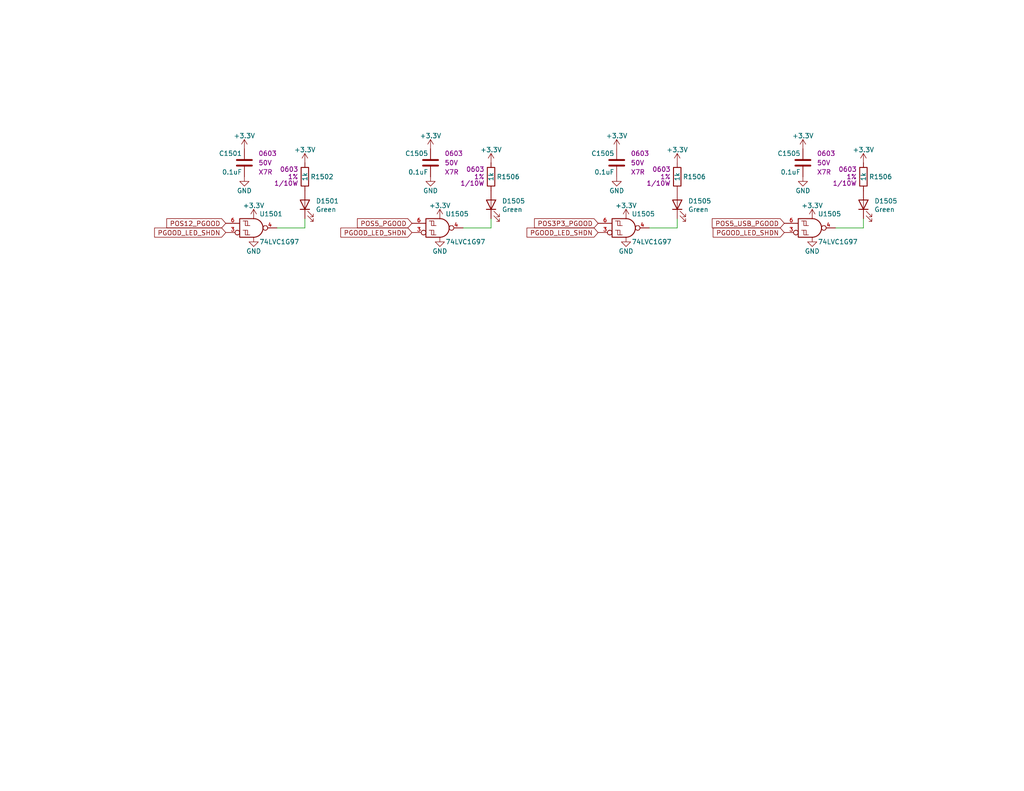
<source format=kicad_sch>
(kicad_sch (version 20230121) (generator eeschema)
  (paper "A")
  (title_block (title "USB Hub") (date "2023-08-18") (rev "PRELIM") (company "Drew Maatman"))
  (lib_symbols
    (symbol "Custom_Library:74LVC1G97_Power_NAND_INV" (pin_names (offset 1.016) hide)
      (property "Reference" "U" (at 1.524 3.81 0))
      (property "Value" "Custom_Library_74LVC1G97_Power_NAND_INV" (at 1.524 -3.81 0))
      (symbol "74LVC1G97_Power_NAND_INV_1_1"
        (arc (start 0 -2.54) (mid 2.529 0) (end 0 2.54) (stroke (width 0.254)))
        (polyline (pts (xy -2.286 -0.635) (xy -1.651 -0.635) (xy -1.651 -1.905)))
        (polyline (pts (xy -2.286 1.905) (xy -1.651 1.905) (xy -1.651 0.635)))
        (polyline (pts (xy -2.921 -0.635) (xy -2.286 -0.635) (xy -2.286 -1.905) (xy -1.016 -1.905)))
        (polyline (pts (xy -2.921 1.905) (xy -2.286 1.905) (xy -2.286 0.635) (xy -1.016 0.635)))
        (polyline (pts (xy 0 -2.54) (xy -3.81 -2.54) (xy -3.81 2.54) (xy 0 2.54)) (stroke (width 0.254)))
        (pin power_in line (at 0 2.54 90) (length 0) (name "VCC") (number "1"))
        (pin power_in line (at 0 -2.54 270) (length 0) (name "GND") (number "2"))
        (pin input inverted (at -7.62 -1.27 0) (length 3.81) (name "~") (number "3"))
        (pin output inverted (at 6.35 0 180) (length 3.81) (name "~") (number "4"))
        (pin power_in line (at 0 2.54 90) (length 0) (name "VCC") (number "5"))
        (pin input line (at -7.62 1.27 0) (length 3.81) (name "~") (number "6"))
      )
    )
    (symbol "Custom_Library:C_Custom" (pin_numbers hide) (pin_names (offset 0.254))
      (property "Reference" "C" (at 0.635 2.54 0))
      (property "Value" "Custom_Library_C_Custom" (at 0.635 -2.54 0))
      (property "display_footprint" "Foot" (at -3.81 2.54 0))
      (property "Voltage" "V" (at -3.81 0 0))
      (property "Dielectric" "Er" (at -3.81 -2.54 0))
      (symbol "C_Custom_0_1"
        (polyline (pts (xy -2.032 -0.762) (xy 2.032 -0.762)) (stroke (width 0.508)))
        (polyline (pts (xy -2.032 0.762) (xy 2.032 0.762)) (stroke (width 0.508)))
      )
      (symbol "C_Custom_1_1"
        (pin passive line (at 0 3.81 270) (length 2.794) (name "~") (number "1"))
        (pin passive line (at 0 -3.81 90) (length 2.794) (name "~") (number "2"))
      )
    )
    (symbol "Custom_Library:R_Custom" (pin_numbers hide) (pin_names (offset 1.016) hide)
      (property "Reference" "R" (at -2.54 0 90))
      (property "Value" "Custom_Library_R_Custom" (at 0 0 90))
      (property "display_footprint" "Foot" (at 2.54 0 90))
      (property "Tolerance" "Tol" (at 5.08 0 90))
      (property "Wattage" "W" (at 7.62 0 90))
      (symbol "R_Custom_0_1"
        (rectangle (start 1.016 2.54) (end -1.016 -2.54) (stroke (width 0.254)))
      )
      (symbol "R_Custom_1_1"
        (pin passive line (at 0 3.81 270) (length 1.27) (name "1") (number "1"))
        (pin passive line (at 0 -3.81 90) (length 1.27) (name "2") (number "2"))
      )
    )
    (symbol "Device:LED" (pin_numbers hide) (pin_names (offset 1.016) hide)
      (property "Reference" "D" (at 0 2.54 0))
      (property "Value" "LED" (at 0 -2.54 0))
      (symbol "LED_0_1"
        (polyline (pts (xy -1.27 -1.27) (xy -1.27 1.27)) (stroke (width 0.254)))
        (polyline (pts (xy -1.27 0) (xy 1.27 0)))
        (polyline (pts (xy 1.27 -1.27) (xy 1.27 1.27) (xy -1.27 0) (xy 1.27 -1.27)) (stroke (width 0.254)))
        (polyline (pts (xy -3.048 -0.762) (xy -4.572 -2.286) (xy -3.81 -2.286) (xy -4.572 -2.286) (xy -4.572 -1.524)))
        (polyline (pts (xy -1.778 -0.762) (xy -3.302 -2.286) (xy -2.54 -2.286) (xy -3.302 -2.286) (xy -3.302 -1.524)))
      )
      (symbol "LED_1_1"
        (pin passive line (at -3.81 0 0) (length 2.54) (name "K") (number "1"))
        (pin passive line (at 3.81 0 180) (length 2.54) (name "A") (number "2"))
      )
    )
    (symbol "power:+3.3V" (power) (pin_names (offset 0))
      (property "Value" "+3.3V" (at 0 3.556 0))
      (symbol "+3.3V_0_1"
        (polyline (pts (xy -0.762 1.27) (xy 0 2.54)))
        (polyline (pts (xy 0 0) (xy 0 2.54)))
        (polyline (pts (xy 0 2.54) (xy 0.762 1.27)))
      )
      (symbol "+3.3V_1_1"
        (pin power_in line (at 0 0 90) (length 0) hide (name "+3.3V") (number "1"))
      )
    )
    (symbol "power:GND" (power) (pin_names (offset 0))
      (property "Value" "GND" (at 0 -3.81 0))
      (symbol "GND_0_1"
        (polyline (pts (xy 0 0) (xy 0 -1.27) (xy 1.27 -1.27) (xy 0 -2.54) (xy -1.27 -1.27) (xy 0 -1.27)))
      )
      (symbol "GND_1_1"
        (pin power_in line (at 0 0 270) (length 0) hide (name "GND") (number "1"))
      )
    )
  )
  (wire (pts (xy 133.985 62.23) (xy 133.985 59.69)))
  (wire (pts (xy 75.565 62.23) (xy 83.185 62.23)))
  (wire (pts (xy 184.785 62.23) (xy 184.785 59.69)))
  (wire (pts (xy 235.585 62.23) (xy 235.585 59.69)))
  (wire (pts (xy 83.185 62.23) (xy 83.185 59.69)))
  (wire (pts (xy 177.165 62.23) (xy 184.785 62.23)))
  (wire (pts (xy 126.365 62.23) (xy 133.985 62.23)))
  (wire (pts (xy 227.965 62.23) (xy 235.585 62.23)))
  (global_label "POS5_USB_PGOOD" (shape input) (at 213.995 60.96 180) (property "Intersheetrefs" "${INTERSHEET_REFS}" (effects hide)))
  (global_label "PGOOD_LED_SHDN" (shape input) (at 213.995 63.5 180) (property "Intersheetrefs" "${INTERSHEET_REFS}" (effects hide)))
  (global_label "PGOOD_LED_SHDN" (shape input) (at 61.595 63.5 180) (property "Intersheetrefs" "${INTERSHEET_REFS}" (effects hide)))
  (global_label "POS12_PGOOD" (shape input) (at 61.595 60.96 180) (property "Intersheetrefs" "${INTERSHEET_REFS}" (effects hide)))
  (global_label "PGOOD_LED_SHDN" (shape input) (at 163.195 63.5 180) (property "Intersheetrefs" "${INTERSHEET_REFS}" (effects hide)))
  (global_label "PGOOD_LED_SHDN" (shape input) (at 112.395 63.5 180) (property "Intersheetrefs" "${INTERSHEET_REFS}" (effects hide)))
  (global_label "POS5_PGOOD" (shape input) (at 112.395 60.96 180) (property "Intersheetrefs" "${INTERSHEET_REFS}" (effects hide)))
  (global_label "POS3P3_PGOOD" (shape input) (at 163.195 60.96 180) (property "Intersheetrefs" "${INTERSHEET_REFS}" (effects hide)))
  (symbol (lib_id "power:+3.3V") (at 221.615 59.69 0) (unit 1)
    (property "Reference" "#PWR01524" (effects hide))
    (property "Value" "+3.3V" (at 221.615 56.134 0))
    (instances (project "Nixie_Clock_Core" (path "" (reference "#PWR01524") (unit 1))) (project "LED_Panel_Controller" (path "" (reference "#PWR?") (unit 1)) (path "" (reference "#PWR?") (unit 1)) (path "" (reference "#PWR?") (unit 1)) (path "" (reference "#PWR?") (unit 1))) (project "USB_Hub" (path "" (reference "#PWR0914") (unit 1))))
  )
  (symbol (lib_id "power:+3.3V") (at 235.585 44.45 0) (unit 1)
    (property "Reference" "#PWR01526" (effects hide))
    (property "Value" "+3.3V" (at 235.585 40.894 0))
    (instances (project "Nixie_Clock_Core" (path "" (reference "#PWR01526") (unit 1))) (project "LED_Panel_Controller" (path "" (reference "#PWR?") (unit 1)) (path "" (reference "#PWR?") (unit 1)) (path "" (reference "#PWR?") (unit 1)) (path "" (reference "#PWR?") (unit 1))) (project "USB_Hub" (path "" (reference "#PWR0916") (unit 1))))
  )
  (symbol (lib_id "power:+3.3V") (at 83.185 44.45 0) (unit 1)
    (property "Reference" "#PWR01515" (effects hide))
    (property "Value" "+3.3V" (at 83.185 40.894 0))
    (instances (project "Nixie_Clock_Core" (path "" (reference "#PWR01515") (unit 1))) (project "LED_Panel_Controller" (path "" (reference "#PWR?") (unit 1)) (path "" (reference "#PWR?") (unit 1)) (path "" (reference "#PWR?") (unit 1)) (path "" (reference "#PWR?") (unit 1))) (project "USB_Hub" (path "" (reference "#PWR0910") (unit 1))))
  )
  (symbol (lib_id "Device:LED") (at 83.185 55.88 90) (unit 1)
    (property "Reference" "D1501" (at 86.1568 54.8894 90) (effects (justify right)))
    (property "Value" "Green" (at 86.1568 57.2008 90) (effects (justify right)))
    (property "Footprint" "LEDs:LED_0603" (effects hide))
    (property "Digi-Key PN" "754-1121-1-ND" (effects hide))
    (instances (project "Nixie_Clock_Core" (path "" (reference "D1501") (unit 1))) (project "LED_Panel_Controller" (path "" (reference "D?") (unit 1)) (path "" (reference "D?") (unit 1)) (path "" (reference "D?") (unit 1)) (path "" (reference "D?") (unit 1)) (path "" (reference "D?") (unit 1)) (path "" (reference "D?") (unit 1)) (path "" (reference "D?") (unit 1)) (path "" (reference "D?") (unit 1))) (project "USB_Hub" (path "" (reference "D?") (unit 1))))
  )
  (symbol (lib_id "power:GND") (at 170.815 64.77 0) (unit 1)
    (property "Reference" "#PWR01525" (effects hide))
    (property "Value" "GND" (at 170.815 68.58 0))
    (instances (project "Nixie_Clock_Core" (path "" (reference "#PWR01525") (unit 1))) (project "LED_Panel_Controller" (path "" (reference "#PWR?") (unit 1)) (path "" (reference "#PWR?") (unit 1)) (path "" (reference "#PWR?") (unit 1)) (path "" (reference "#PWR?") (unit 1))) (project "USB_Hub" (path "" (reference "#PWR0925") (unit 1))))
  )
  (symbol (lib_id "power:+3.3V") (at 133.985 44.45 0) (unit 1)
    (property "Reference" "#PWR01526" (effects hide))
    (property "Value" "+3.3V" (at 133.985 40.894 0))
    (instances (project "Nixie_Clock_Core" (path "" (reference "#PWR01526") (unit 1))) (project "LED_Panel_Controller" (path "" (reference "#PWR?") (unit 1)) (path "" (reference "#PWR?") (unit 1)) (path "" (reference "#PWR?") (unit 1)) (path "" (reference "#PWR?") (unit 1))) (project "USB_Hub" (path "" (reference "#PWR0911") (unit 1))))
  )
  (symbol (lib_id "power:+3.3V") (at 184.785 44.45 0) (unit 1)
    (property "Reference" "#PWR01526" (effects hide))
    (property "Value" "+3.3V" (at 184.785 40.894 0))
    (instances (project "Nixie_Clock_Core" (path "" (reference "#PWR01526") (unit 1))) (project "LED_Panel_Controller" (path "" (reference "#PWR?") (unit 1)) (path "" (reference "#PWR?") (unit 1)) (path "" (reference "#PWR?") (unit 1)) (path "" (reference "#PWR?") (unit 1))) (project "USB_Hub" (path "" (reference "#PWR0926") (unit 1))))
  )
  (symbol (lib_id "Device:LED") (at 184.785 55.88 90) (unit 1)
    (property "Reference" "D1505" (at 187.7568 54.8894 90) (effects (justify right)))
    (property "Value" "Green" (at 187.7568 57.2008 90) (effects (justify right)))
    (property "Footprint" "LEDs:LED_0603" (effects hide))
    (property "Digi-Key PN" "754-1121-1-ND" (effects hide))
    (instances (project "Nixie_Clock_Core" (path "" (reference "D1505") (unit 1))) (project "LED_Panel_Controller" (path "" (reference "D?") (unit 1)) (path "" (reference "D?") (unit 1)) (path "" (reference "D?") (unit 1)) (path "" (reference "D?") (unit 1)) (path "" (reference "D?") (unit 1)) (path "" (reference "D?") (unit 1)) (path "" (reference "D?") (unit 1)) (path "" (reference "D?") (unit 1))) (project "USB_Hub" (path "" (reference "D?") (unit 1))))
  )
  (symbol (lib_id "Custom_Library:C_Custom") (at 219.075 44.45 0) (mirror y) (unit 1)
    (property "Reference" "C1505" (at 218.44 41.91 0) (effects (justify left)))
    (property "Value" "0.1uF" (at 218.44 46.99 0) (effects (justify left)))
    (property "Footprint" "Capacitors_SMD:C_0603" (effects hide))
    (property "Digi-Key PN" "1276-1935-1-ND" (effects hide))
    (property "display_footprint" "0603" (at 222.885 41.91 0) (effects (justify right)))
    (property "Voltage" "50V" (at 222.885 44.45 0) (effects (justify right)))
    (property "Dielectric" "X7R" (at 222.885 46.99 0) (effects (justify right)))
    (instances (project "Nixie_Clock_Core" (path "" (reference "C1505") (unit 1))) (project "LED_Panel_Controller" (path "" (reference "C?") (unit 1)) (path "" (reference "C?") (unit 1)) (path "" (reference "C?") (unit 1)) (path "" (reference "C?") (unit 1)) (path "" (reference "C?") (unit 1)) (path "" (reference "C?") (unit 1)) (path "" (reference "C?") (unit 1)) (path "" (reference "C?") (unit 1))) (project "USB_Hub" (path "" (reference "C?") (unit 1))))
  )
  (symbol (lib_id "Custom_Library:74LVC1G97_Power_NAND_INV") (at 120.015 62.23 0) (unit 1)
    (property "Reference" "U1505" (at 121.539 58.42 0) (effects (justify left)))
    (property "Value" "74LVC1G97" (at 121.539 66.04 0) (effects (justify left)))
    (property "Footprint" "Package_TO_SOT_SMD:SOT-363_SC-70-6" (effects hide))
    (property "Datasheet" "http://www.ti.com/lit/ds/symlink/sn74lvc1g97.pdf" (effects hide))
    (property "Digi-Key PN" "296-15582-1-ND" (effects hide))
    (instances (project "Nixie_Clock_Core" (path "" (reference "U1505") (unit 1))) (project "LED_Panel_Controller" (path "" (reference "U?") (unit 1))) (project "USB_Hub" (path "" (reference "U?") (unit 1))))
  )
  (symbol (lib_id "Custom_Library:R_Custom") (at 235.585 48.26 0) (mirror y) (unit 1)
    (property "Reference" "R1506" (at 237.109 48.26 0) (effects (justify right)))
    (property "Value" "1k" (at 235.585 48.26 90))
    (property "Footprint" "Resistors_SMD:R_0603" (effects hide))
    (property "display_footprint" "0603" (at 233.807 46.228 0) (effects (justify left)))
    (property "Tolerance" "1%" (at 233.807 48.26 0) (effects (justify left)))
    (property "Wattage" "1/10W" (at 233.807 50.038 0) (effects (justify left)))
    (property "Digi-Key PN" "541-1.00KHCT-ND" (effects hide))
    (instances (project "Nixie_Clock_Core" (path "" (reference "R1506") (unit 1))) (project "LED_Panel_Controller" (path "" (reference "R?") (unit 1)) (path "" (reference "R?") (unit 1)) (path "" (reference "R?") (unit 1)) (path "" (reference "R?") (unit 1)) (path "" (reference "R?") (unit 1)) (path "" (reference "R?") (unit 1)) (path "" (reference "R?") (unit 1)) (path "" (reference "R?") (unit 1)) (path "" (reference "R?") (unit 1)) (path "" (reference "R?") (unit 1))) (project "USB_Hub" (path "" (reference "R?") (unit 1))))
  )
  (symbol (lib_id "Custom_Library:R_Custom") (at 184.785 48.26 0) (mirror y) (unit 1)
    (property "Reference" "R1506" (at 186.309 48.26 0) (effects (justify right)))
    (property "Value" "1k" (at 184.785 48.26 90))
    (property "Footprint" "Resistors_SMD:R_0603" (effects hide))
    (property "display_footprint" "0603" (at 183.007 46.228 0) (effects (justify left)))
    (property "Tolerance" "1%" (at 183.007 48.26 0) (effects (justify left)))
    (property "Wattage" "1/10W" (at 183.007 50.038 0) (effects (justify left)))
    (property "Digi-Key PN" "541-1.00KHCT-ND" (effects hide))
    (instances (project "Nixie_Clock_Core" (path "" (reference "R1506") (unit 1))) (project "LED_Panel_Controller" (path "" (reference "R?") (unit 1)) (path "" (reference "R?") (unit 1)) (path "" (reference "R?") (unit 1)) (path "" (reference "R?") (unit 1)) (path "" (reference "R?") (unit 1)) (path "" (reference "R?") (unit 1)) (path "" (reference "R?") (unit 1)) (path "" (reference "R?") (unit 1)) (path "" (reference "R?") (unit 1)) (path "" (reference "R?") (unit 1))) (project "USB_Hub" (path "" (reference "R?") (unit 1))))
  )
  (symbol (lib_id "power:GND") (at 117.475 48.26 0) (unit 1)
    (property "Reference" "#PWR01523" (effects hide))
    (property "Value" "GND" (at 117.475 52.07 0))
    (instances (project "Nixie_Clock_Core" (path "" (reference "#PWR01523") (unit 1))) (project "LED_Panel_Controller" (path "" (reference "#PWR?") (unit 1)) (path "" (reference "#PWR?") (unit 1)) (path "" (reference "#PWR?") (unit 1)) (path "" (reference "#PWR?") (unit 1))) (project "USB_Hub" (path "" (reference "#PWR0905") (unit 1))))
  )
  (symbol (lib_id "power:+3.3V") (at 168.275 40.64 0) (unit 1)
    (property "Reference" "#PWR01522" (effects hide))
    (property "Value" "+3.3V" (at 168.275 37.084 0))
    (instances (project "Nixie_Clock_Core" (path "" (reference "#PWR01522") (unit 1))) (project "LED_Panel_Controller" (path "" (reference "#PWR?") (unit 1)) (path "" (reference "#PWR?") (unit 1)) (path "" (reference "#PWR?") (unit 1)) (path "" (reference "#PWR?") (unit 1))) (project "USB_Hub" (path "" (reference "#PWR0922") (unit 1))))
  )
  (symbol (lib_id "power:+3.3V") (at 66.675 40.64 0) (unit 1)
    (property "Reference" "#PWR01507" (effects hide))
    (property "Value" "+3.3V" (at 66.675 37.084 0))
    (instances (project "Nixie_Clock_Core" (path "" (reference "#PWR01507") (unit 1))) (project "LED_Panel_Controller" (path "" (reference "#PWR?") (unit 1)) (path "" (reference "#PWR?") (unit 1)) (path "" (reference "#PWR?") (unit 1)) (path "" (reference "#PWR?") (unit 1))) (project "USB_Hub" (path "" (reference "#PWR0902") (unit 1))))
  )
  (symbol (lib_id "Custom_Library:C_Custom") (at 168.275 44.45 0) (mirror y) (unit 1)
    (property "Reference" "C1505" (at 167.64 41.91 0) (effects (justify left)))
    (property "Value" "0.1uF" (at 167.64 46.99 0) (effects (justify left)))
    (property "Footprint" "Capacitors_SMD:C_0603" (effects hide))
    (property "Digi-Key PN" "1276-1935-1-ND" (effects hide))
    (property "display_footprint" "0603" (at 172.085 41.91 0) (effects (justify right)))
    (property "Voltage" "50V" (at 172.085 44.45 0) (effects (justify right)))
    (property "Dielectric" "X7R" (at 172.085 46.99 0) (effects (justify right)))
    (instances (project "Nixie_Clock_Core" (path "" (reference "C1505") (unit 1))) (project "LED_Panel_Controller" (path "" (reference "C?") (unit 1)) (path "" (reference "C?") (unit 1)) (path "" (reference "C?") (unit 1)) (path "" (reference "C?") (unit 1)) (path "" (reference "C?") (unit 1)) (path "" (reference "C?") (unit 1)) (path "" (reference "C?") (unit 1)) (path "" (reference "C?") (unit 1))) (project "USB_Hub" (path "" (reference "C?") (unit 1))))
  )
  (symbol (lib_id "power:+3.3V") (at 117.475 40.64 0) (unit 1)
    (property "Reference" "#PWR01522" (effects hide))
    (property "Value" "+3.3V" (at 117.475 37.084 0))
    (instances (project "Nixie_Clock_Core" (path "" (reference "#PWR01522") (unit 1))) (project "LED_Panel_Controller" (path "" (reference "#PWR?") (unit 1)) (path "" (reference "#PWR?") (unit 1)) (path "" (reference "#PWR?") (unit 1)) (path "" (reference "#PWR?") (unit 1))) (project "USB_Hub" (path "" (reference "#PWR0904") (unit 1))))
  )
  (symbol (lib_id "Custom_Library:74LVC1G97_Power_NAND_INV") (at 170.815 62.23 0) (unit 1)
    (property "Reference" "U1505" (at 172.339 58.42 0) (effects (justify left)))
    (property "Value" "74LVC1G97" (at 172.339 66.04 0) (effects (justify left)))
    (property "Footprint" "Package_TO_SOT_SMD:SOT-363_SC-70-6" (effects hide))
    (property "Datasheet" "http://www.ti.com/lit/ds/symlink/sn74lvc1g97.pdf" (effects hide))
    (property "Digi-Key PN" "296-15582-1-ND" (effects hide))
    (instances (project "Nixie_Clock_Core" (path "" (reference "U1505") (unit 1))) (project "LED_Panel_Controller" (path "" (reference "U?") (unit 1))) (project "USB_Hub" (path "" (reference "U?") (unit 1))))
  )
  (symbol (lib_id "power:GND") (at 66.675 48.26 0) (unit 1)
    (property "Reference" "#PWR01508" (effects hide))
    (property "Value" "GND" (at 66.675 52.07 0))
    (instances (project "Nixie_Clock_Core" (path "" (reference "#PWR01508") (unit 1))) (project "LED_Panel_Controller" (path "" (reference "#PWR?") (unit 1)) (path "" (reference "#PWR?") (unit 1)) (path "" (reference "#PWR?") (unit 1)) (path "" (reference "#PWR?") (unit 1))) (project "USB_Hub" (path "" (reference "#PWR0903") (unit 1))))
  )
  (symbol (lib_id "Custom_Library:C_Custom") (at 66.675 44.45 0) (mirror y) (unit 1)
    (property "Reference" "C1501" (at 66.04 41.91 0) (effects (justify left)))
    (property "Value" "0.1uF" (at 66.04 46.99 0) (effects (justify left)))
    (property "Footprint" "Capacitors_SMD:C_0603" (effects hide))
    (property "Digi-Key PN" "1276-1935-1-ND" (effects hide))
    (property "display_footprint" "0603" (at 70.485 41.91 0) (effects (justify right)))
    (property "Voltage" "50V" (at 70.485 44.45 0) (effects (justify right)))
    (property "Dielectric" "X7R" (at 70.485 46.99 0) (effects (justify right)))
    (instances (project "Nixie_Clock_Core" (path "" (reference "C1501") (unit 1))) (project "LED_Panel_Controller" (path "" (reference "C?") (unit 1)) (path "" (reference "C?") (unit 1)) (path "" (reference "C?") (unit 1)) (path "" (reference "C?") (unit 1)) (path "" (reference "C?") (unit 1)) (path "" (reference "C?") (unit 1)) (path "" (reference "C?") (unit 1)) (path "" (reference "C?") (unit 1))) (project "USB_Hub" (path "" (reference "C?") (unit 1))))
  )
  (symbol (lib_id "power:GND") (at 168.275 48.26 0) (unit 1)
    (property "Reference" "#PWR01523" (effects hide))
    (property "Value" "GND" (at 168.275 52.07 0))
    (instances (project "Nixie_Clock_Core" (path "" (reference "#PWR01523") (unit 1))) (project "LED_Panel_Controller" (path "" (reference "#PWR?") (unit 1)) (path "" (reference "#PWR?") (unit 1)) (path "" (reference "#PWR?") (unit 1)) (path "" (reference "#PWR?") (unit 1))) (project "USB_Hub" (path "" (reference "#PWR0923") (unit 1))))
  )
  (symbol (lib_id "power:GND") (at 120.015 64.77 0) (unit 1)
    (property "Reference" "#PWR01525" (effects hide))
    (property "Value" "GND" (at 120.015 68.58 0))
    (instances (project "Nixie_Clock_Core" (path "" (reference "#PWR01525") (unit 1))) (project "LED_Panel_Controller" (path "" (reference "#PWR?") (unit 1)) (path "" (reference "#PWR?") (unit 1)) (path "" (reference "#PWR?") (unit 1)) (path "" (reference "#PWR?") (unit 1))) (project "USB_Hub" (path "" (reference "#PWR0909") (unit 1))))
  )
  (symbol (lib_id "power:GND") (at 219.075 48.26 0) (unit 1)
    (property "Reference" "#PWR01523" (effects hide))
    (property "Value" "GND" (at 219.075 52.07 0))
    (instances (project "Nixie_Clock_Core" (path "" (reference "#PWR01523") (unit 1))) (project "LED_Panel_Controller" (path "" (reference "#PWR?") (unit 1)) (path "" (reference "#PWR?") (unit 1)) (path "" (reference "#PWR?") (unit 1)) (path "" (reference "#PWR?") (unit 1))) (project "USB_Hub" (path "" (reference "#PWR0913") (unit 1))))
  )
  (symbol (lib_id "power:+3.3V") (at 69.215 59.69 0) (unit 1)
    (property "Reference" "#PWR01511" (effects hide))
    (property "Value" "+3.3V" (at 69.215 56.134 0))
    (instances (project "Nixie_Clock_Core" (path "" (reference "#PWR01511") (unit 1))) (project "LED_Panel_Controller" (path "" (reference "#PWR?") (unit 1)) (path "" (reference "#PWR?") (unit 1)) (path "" (reference "#PWR?") (unit 1)) (path "" (reference "#PWR?") (unit 1))) (project "USB_Hub" (path "" (reference "#PWR0906") (unit 1))))
  )
  (symbol (lib_id "power:GND") (at 69.215 64.77 0) (unit 1)
    (property "Reference" "#PWR01512" (effects hide))
    (property "Value" "GND" (at 69.215 68.58 0))
    (instances (project "Nixie_Clock_Core" (path "" (reference "#PWR01512") (unit 1))) (project "LED_Panel_Controller" (path "" (reference "#PWR?") (unit 1)) (path "" (reference "#PWR?") (unit 1)) (path "" (reference "#PWR?") (unit 1)) (path "" (reference "#PWR?") (unit 1))) (project "USB_Hub" (path "" (reference "#PWR0907") (unit 1))))
  )
  (symbol (lib_id "Custom_Library:C_Custom") (at 117.475 44.45 0) (mirror y) (unit 1)
    (property "Reference" "C1505" (at 116.84 41.91 0) (effects (justify left)))
    (property "Value" "0.1uF" (at 116.84 46.99 0) (effects (justify left)))
    (property "Footprint" "Capacitors_SMD:C_0603" (effects hide))
    (property "Digi-Key PN" "1276-1935-1-ND" (effects hide))
    (property "display_footprint" "0603" (at 121.285 41.91 0) (effects (justify right)))
    (property "Voltage" "50V" (at 121.285 44.45 0) (effects (justify right)))
    (property "Dielectric" "X7R" (at 121.285 46.99 0) (effects (justify right)))
    (instances (project "Nixie_Clock_Core" (path "" (reference "C1505") (unit 1))) (project "LED_Panel_Controller" (path "" (reference "C?") (unit 1)) (path "" (reference "C?") (unit 1)) (path "" (reference "C?") (unit 1)) (path "" (reference "C?") (unit 1)) (path "" (reference "C?") (unit 1)) (path "" (reference "C?") (unit 1)) (path "" (reference "C?") (unit 1)) (path "" (reference "C?") (unit 1))) (project "USB_Hub" (path "" (reference "C?") (unit 1))))
  )
  (symbol (lib_id "Device:LED") (at 235.585 55.88 90) (unit 1)
    (property "Reference" "D1505" (at 238.5568 54.8894 90) (effects (justify right)))
    (property "Value" "Green" (at 238.5568 57.2008 90) (effects (justify right)))
    (property "Footprint" "LEDs:LED_0603" (effects hide))
    (property "Digi-Key PN" "754-1121-1-ND" (effects hide))
    (instances (project "Nixie_Clock_Core" (path "" (reference "D1505") (unit 1))) (project "LED_Panel_Controller" (path "" (reference "D?") (unit 1)) (path "" (reference "D?") (unit 1)) (path "" (reference "D?") (unit 1)) (path "" (reference "D?") (unit 1)) (path "" (reference "D?") (unit 1)) (path "" (reference "D?") (unit 1)) (path "" (reference "D?") (unit 1)) (path "" (reference "D?") (unit 1))) (project "USB_Hub" (path "" (reference "D?") (unit 1))))
  )
  (symbol (lib_id "Device:LED") (at 133.985 55.88 90) (unit 1)
    (property "Reference" "D1505" (at 136.9568 54.8894 90) (effects (justify right)))
    (property "Value" "Green" (at 136.9568 57.2008 90) (effects (justify right)))
    (property "Footprint" "LEDs:LED_0603" (effects hide))
    (property "Digi-Key PN" "754-1121-1-ND" (effects hide))
    (instances (project "Nixie_Clock_Core" (path "" (reference "D1505") (unit 1))) (project "LED_Panel_Controller" (path "" (reference "D?") (unit 1)) (path "" (reference "D?") (unit 1)) (path "" (reference "D?") (unit 1)) (path "" (reference "D?") (unit 1)) (path "" (reference "D?") (unit 1)) (path "" (reference "D?") (unit 1)) (path "" (reference "D?") (unit 1)) (path "" (reference "D?") (unit 1))) (project "USB_Hub" (path "" (reference "D?") (unit 1))))
  )
  (symbol (lib_id "Custom_Library:R_Custom") (at 83.185 48.26 0) (mirror y) (unit 1)
    (property "Reference" "R1502" (at 84.709 48.26 0) (effects (justify right)))
    (property "Value" "1k" (at 83.185 48.26 90))
    (property "Footprint" "Resistors_SMD:R_0603" (effects hide))
    (property "display_footprint" "0603" (at 81.407 46.228 0) (effects (justify left)))
    (property "Tolerance" "1%" (at 81.407 48.26 0) (effects (justify left)))
    (property "Wattage" "1/10W" (at 81.407 50.038 0) (effects (justify left)))
    (property "Digi-Key PN" "541-1.00KHCT-ND" (effects hide))
    (instances (project "Nixie_Clock_Core" (path "" (reference "R1502") (unit 1))) (project "LED_Panel_Controller" (path "" (reference "R?") (unit 1)) (path "" (reference "R?") (unit 1)) (path "" (reference "R?") (unit 1)) (path "" (reference "R?") (unit 1)) (path "" (reference "R?") (unit 1)) (path "" (reference "R?") (unit 1)) (path "" (reference "R?") (unit 1)) (path "" (reference "R?") (unit 1)) (path "" (reference "R?") (unit 1)) (path "" (reference "R?") (unit 1))) (project "USB_Hub" (path "" (reference "R?") (unit 1))))
  )
  (symbol (lib_id "power:+3.3V") (at 219.075 40.64 0) (unit 1)
    (property "Reference" "#PWR01522" (effects hide))
    (property "Value" "+3.3V" (at 219.075 37.084 0))
    (instances (project "Nixie_Clock_Core" (path "" (reference "#PWR01522") (unit 1))) (project "LED_Panel_Controller" (path "" (reference "#PWR?") (unit 1)) (path "" (reference "#PWR?") (unit 1)) (path "" (reference "#PWR?") (unit 1)) (path "" (reference "#PWR?") (unit 1))) (project "USB_Hub" (path "" (reference "#PWR0912") (unit 1))))
  )
  (symbol (lib_id "Custom_Library:R_Custom") (at 133.985 48.26 0) (mirror y) (unit 1)
    (property "Reference" "R1506" (at 135.509 48.26 0) (effects (justify right)))
    (property "Value" "1k" (at 133.985 48.26 90))
    (property "Footprint" "Resistors_SMD:R_0603" (effects hide))
    (property "display_footprint" "0603" (at 132.207 46.228 0) (effects (justify left)))
    (property "Tolerance" "1%" (at 132.207 48.26 0) (effects (justify left)))
    (property "Wattage" "1/10W" (at 132.207 50.038 0) (effects (justify left)))
    (property "Digi-Key PN" "541-1.00KHCT-ND" (effects hide))
    (instances (project "Nixie_Clock_Core" (path "" (reference "R1506") (unit 1))) (project "LED_Panel_Controller" (path "" (reference "R?") (unit 1)) (path "" (reference "R?") (unit 1)) (path "" (reference "R?") (unit 1)) (path "" (reference "R?") (unit 1)) (path "" (reference "R?") (unit 1)) (path "" (reference "R?") (unit 1)) (path "" (reference "R?") (unit 1)) (path "" (reference "R?") (unit 1)) (path "" (reference "R?") (unit 1)) (path "" (reference "R?") (unit 1))) (project "USB_Hub" (path "" (reference "R?") (unit 1))))
  )
  (symbol (lib_id "power:+3.3V") (at 120.015 59.69 0) (unit 1)
    (property "Reference" "#PWR01524" (effects hide))
    (property "Value" "+3.3V" (at 120.015 56.134 0))
    (instances (project "Nixie_Clock_Core" (path "" (reference "#PWR01524") (unit 1))) (project "LED_Panel_Controller" (path "" (reference "#PWR?") (unit 1)) (path "" (reference "#PWR?") (unit 1)) (path "" (reference "#PWR?") (unit 1)) (path "" (reference "#PWR?") (unit 1))) (project "USB_Hub" (path "" (reference "#PWR0908") (unit 1))))
  )
  (symbol (lib_id "Custom_Library:74LVC1G97_Power_NAND_INV") (at 221.615 62.23 0) (unit 1)
    (property "Reference" "U1505" (at 223.139 58.42 0) (effects (justify left)))
    (property "Value" "74LVC1G97" (at 223.139 66.04 0) (effects (justify left)))
    (property "Footprint" "Package_TO_SOT_SMD:SOT-363_SC-70-6" (effects hide))
    (property "Datasheet" "http://www.ti.com/lit/ds/symlink/sn74lvc1g97.pdf" (effects hide))
    (property "Digi-Key PN" "296-15582-1-ND" (effects hide))
    (instances (project "Nixie_Clock_Core" (path "" (reference "U1505") (unit 1))) (project "LED_Panel_Controller" (path "" (reference "U?") (unit 1))) (project "USB_Hub" (path "" (reference "U?") (unit 1))))
  )
  (symbol (lib_id "power:GND") (at 221.615 64.77 0) (unit 1)
    (property "Reference" "#PWR01525" (effects hide))
    (property "Value" "GND" (at 221.615 68.58 0))
    (instances (project "Nixie_Clock_Core" (path "" (reference "#PWR01525") (unit 1))) (project "LED_Panel_Controller" (path "" (reference "#PWR?") (unit 1)) (path "" (reference "#PWR?") (unit 1)) (path "" (reference "#PWR?") (unit 1)) (path "" (reference "#PWR?") (unit 1))) (project "USB_Hub" (path "" (reference "#PWR0915") (unit 1))))
  )
  (symbol (lib_id "power:+3.3V") (at 170.815 59.69 0) (unit 1)
    (property "Reference" "#PWR01524" (effects hide))
    (property "Value" "+3.3V" (at 170.815 56.134 0))
    (instances (project "Nixie_Clock_Core" (path "" (reference "#PWR01524") (unit 1))) (project "LED_Panel_Controller" (path "" (reference "#PWR?") (unit 1)) (path "" (reference "#PWR?") (unit 1)) (path "" (reference "#PWR?") (unit 1)) (path "" (reference "#PWR?") (unit 1))) (project "USB_Hub" (path "" (reference "#PWR0924") (unit 1))))
  )
  (symbol (lib_id "Custom_Library:74LVC1G97_Power_NAND_INV") (at 69.215 62.23 0) (unit 1)
    (property "Reference" "U1501" (at 70.739 58.42 0) (effects (justify left)))
    (property "Value" "74LVC1G97" (at 70.739 66.04 0) (effects (justify left)))
    (property "Footprint" "Package_TO_SOT_SMD:SOT-363_SC-70-6" (effects hide))
    (property "Datasheet" "http://www.ti.com/lit/ds/symlink/sn74lvc1g97.pdf" (effects hide))
    (property "Digi-Key PN" "296-15582-1-ND" (effects hide))
    (instances (project "Nixie_Clock_Core" (path "" (reference "U1501") (unit 1))) (project "LED_Panel_Controller" (path "" (reference "U?") (unit 1))) (project "USB_Hub" (path "" (reference "U?") (unit 1))))
  )
)
</source>
